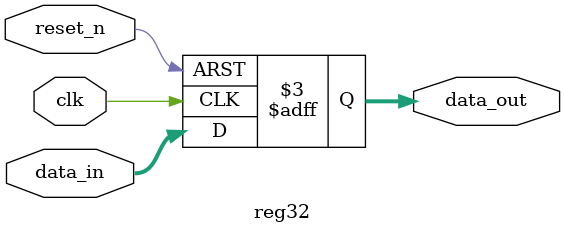
<source format=v>
module reg32(clk,reset_n,data_in,data_out);
input  clk;
input  reset_n;
input  [31:0] data_in;
output [31:0] data_out;

wire clk;
wire reset_n;
wire [31:0] data_in;
reg [31:0] data_out;

always @(posedge clk or negedge reset_n)
 begin
  if(!reset_n)
   data_out<=32'h0000_0000;
 else
   data_out<=data_in;
  end 
endmodule

</source>
